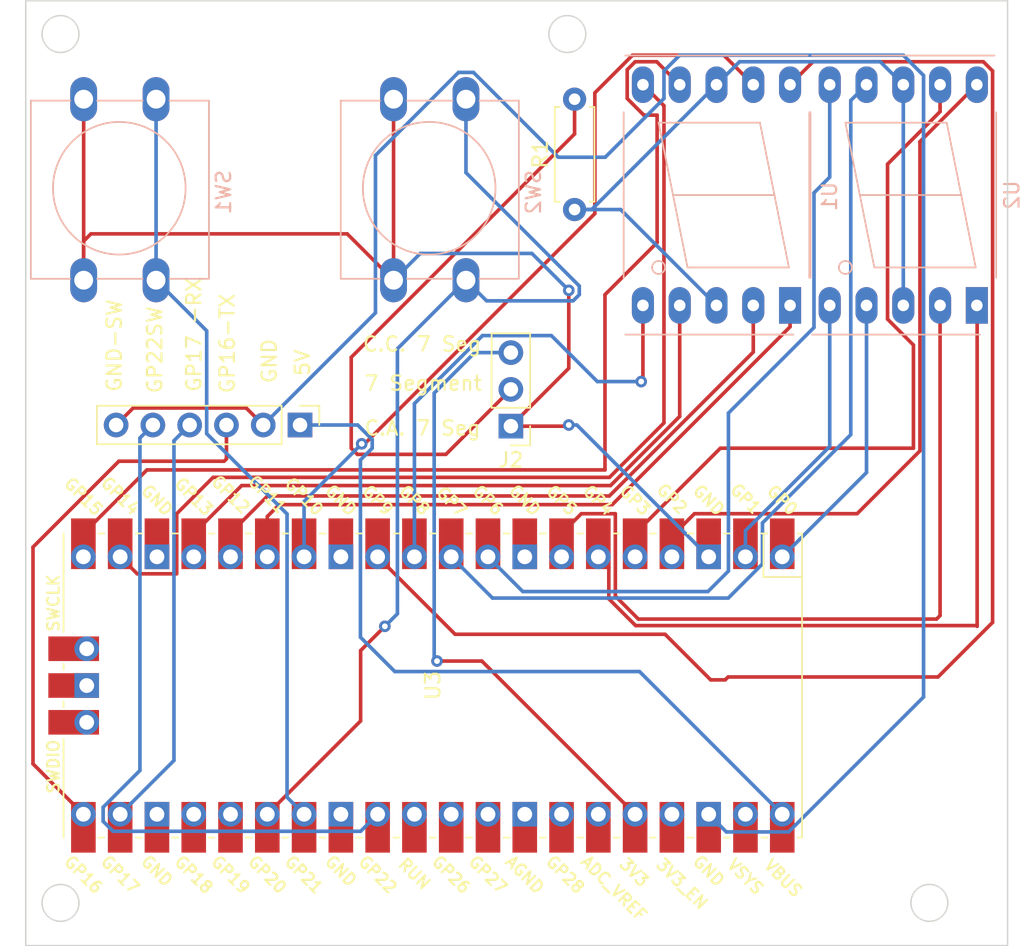
<source format=kicad_pcb>
(kicad_pcb (version 20221018) (generator pcbnew)
  (layers (0 "F.Cu" signal) (31 "B.Cu" signal) (34 "B.Paste" user) (35 "F.Paste" user) (36 "B.SilkS" user "B.Silkscreen") (37 "F.SilkS" user "F.Silkscreen") (38 "B.Mask" user) (39 "F.Mask" user) (44 "Edge.Cuts" user))
  (net 0 "")
  (net 1 "Net-(U1-E)")
  (net 2 "Net-(U1-D)")
  (net 3 "Net-(J2-Pin_1)")
  (net 4 "Net-(U1-C)")
  (net 5 "Net-(U1-DP)")
  (net 6 "Net-(U1-B)")
  (net 7 "Net-(U1-A)")
  (net 8 "Net-(U1-F)")
  (net 9 "Net-(U1-G)")
  (net 10 "Net-(U2-E)")
  (net 11 "Net-(U2-D)")
  (net 12 "Net-(U2-C)")
  (net 13 "Net-(U2-DP)")
  (net 14 "Net-(U2-B)")
  (net 15 "Net-(U2-A)")
  (net 16 "Net-(U2-F)")
  (net 17 "Net-(U2-G)")
  (net 18 "+5V")
  (net 19 "GND")
  (net 20 "Net-(J1-Pin_3)")
  (net 21 "Net-(J1-Pin_4)")
  (net 22 "Net-(J1-Pin_5)")
  (net 28 "Net-(U3-GPIO20)")
  (net 29 "Net-(U3-GPIO21)")
  (net 37 "Net-(R1-Pad1)")
  (net 44 "Net-(J2-Pin_3)")
  (net 45 "Net-(J2-Pin_2)")
  (footprint "Connector_PinHeader_2.54mm:PinHeader_1x06_P2.54mm_Vertical" (layer "F.Cu") (at 82.54 66 -90)
    (fp_text reference "J1" hide)
    (fp_text value "Conn_01x06_Pin")
    (fp_line (start -1.33 -1.33) (end 0 -1.33) (stroke (width 0.12)) (layer "F.SilkS"))
    (fp_line (start -1.33 0) (end -1.33 -1.33) (stroke (width 0.12)) (layer "F.SilkS"))
    (fp_line (start -1.33 1.27) (end -1.33 14.03) (stroke (width 0.12)) (layer "F.SilkS"))
    (fp_line (start -1.33 1.27) (end 1.33 1.27) (stroke (width 0.12)) (layer "F.SilkS"))
    (fp_line (start -1.33 14.03) (end 1.33 14.03) (stroke (width 0.12)) (layer "F.SilkS"))
    (fp_line (start 1.33 1.27) (end 1.33 14.03) (stroke (width 0.12)) (layer "F.SilkS"))
    (pad "1" thru_hole rect (at 0 0 270) (size 1.7 1.7) (drill 1) (layers "*.Cu" "*.Mask") (net 18 "+5V"))
    (pad "2" thru_hole oval (at 0 2.54 270) (size 1.7 1.7) (drill 1) (layers "*.Cu" "*.Mask") (net 19 "GND"))
    (pad "3" thru_hole oval (at 0 5.08 270) (size 1.7 1.7) (drill 1) (layers "*.Cu" "*.Mask") (net 20 "Net-(J1-Pin_3)"))
    (pad "4" thru_hole oval (at 0 7.62 270) (size 1.7 1.7) (drill 1) (layers "*.Cu" "*.Mask") (net 21 "Net-(J1-Pin_4)"))
    (pad "5" thru_hole oval (at 0 10.16 270) (size 1.7 1.7) (drill 1) (layers "*.Cu" "*.Mask") (net 22 "Net-(J1-Pin_5)"))
    (pad "6" thru_hole oval (at 0 12.7 270) (size 1.7 1.7) (drill 1) (layers "*.Cu" "*.Mask") (net 19 "GND"))
  )
  (footprint "Resistor_THT:R_Axial_DIN0207_L6.3mm_D2.5mm_P7.62mm_Horizontal" (layer "F.Cu") (at 101.5 51.12 90)
    (fp_text reference "R1" (at 3.81 -2.37 90) (layer "F.SilkS"))
    (fp_text value "R_Small_US")
    (fp_line (start 0.54 -1.37) (end 7.08 -1.37) (stroke (width 0.12)) (layer "F.SilkS"))
    (fp_line (start 0.54 -1.04) (end 0.54 -1.37) (stroke (width 0.12)) (layer "F.SilkS"))
    (fp_line (start 0.54 1.04) (end 0.54 1.37) (stroke (width 0.12)) (layer "F.SilkS"))
    (fp_line (start 0.54 1.37) (end 7.08 1.37) (stroke (width 0.12)) (layer "F.SilkS"))
    (fp_line (start 7.08 -1.37) (end 7.08 -1.04) (stroke (width 0.12)) (layer "F.SilkS"))
    (fp_line (start 7.08 1.37) (end 7.08 1.04) (stroke (width 0.12)) (layer "F.SilkS"))
    (pad "1" thru_hole circle (at 0 0 90) (size 1.6 1.6) (drill 0.8) (layers "*.Cu" "*.Mask") (net 37 "Net-(R1-Pad1)"))
    (pad "2" thru_hole oval (at 7.62 0 90) (size 1.6 1.6) (drill 0.8) (layers "*.Cu" "*.Mask") (net 45 "Net-(J2-Pin_2)"))
  )
  (footprint "Connector_PinHeader_2.54mm:PinHeader_1x03_P2.54mm_Vertical" (layer "F.Cu") (at 97.1 66.08 180)
    (fp_text reference "J2" (at 0 -2.33) (layer "F.SilkS"))
    (fp_text value "Conn_01x03_Pin")
    (fp_line (start -1.33 -1.33) (end 0 -1.33) (stroke (width 0.12)) (layer "F.SilkS"))
    (fp_line (start -1.33 0) (end -1.33 -1.33) (stroke (width 0.12)) (layer "F.SilkS"))
    (fp_line (start -1.33 1.27) (end -1.33 6.41) (stroke (width 0.12)) (layer "F.SilkS"))
    (fp_line (start -1.33 1.27) (end 1.33 1.27) (stroke (width 0.12)) (layer "F.SilkS"))
    (fp_line (start -1.33 6.41) (end 1.33 6.41) (stroke (width 0.12)) (layer "F.SilkS"))
    (fp_line (start 1.33 1.27) (end 1.33 6.41) (stroke (width 0.12)) (layer "F.SilkS"))
    (pad "1" thru_hole rect (at 0 0 180) (size 1.7 1.7) (drill 1) (layers "*.Cu" "*.Mask") (net 3 "Net-(J2-Pin_1)"))
    (pad "2" thru_hole oval (at 0 2.54 180) (size 1.7 1.7) (drill 1) (layers "*.Cu" "*.Mask") (net 45 "Net-(J2-Pin_2)"))
    (pad "3" thru_hole oval (at 0 5.08 180) (size 1.7 1.7) (drill 1) (layers "*.Cu" "*.Mask") (net 44 "Net-(J2-Pin_3)"))
  )
  (footprint "RP-Pico Libraries:RPi_Pico_SMD_TH" (layer "F.Cu") (at 91.71 83.99 -90)
    (fp_text reference "U3" (at 0 0 90) (layer "F.SilkS"))
    (fp_text value "Pico")
    (fp_text user "3V3_EN" (at 13.7 -17.2 135) (layer "F.SilkS") (effects (font (size 0.8 0.8))))
    (fp_text user "GP28" (at 13.054 -9.144 135) (layer "F.SilkS") (effects (font (size 0.8 0.8))))
    (fp_text user "GP20" (at 13.054 11.43 135) (layer "F.SilkS") (effects (font (size 0.8 0.8))))
    (fp_text user "GP15" (at -13.054 24.13 135) (layer "F.SilkS") (effects (font (size 0.8 0.8))))
    (fp_text user "GP1" (at -12.9 -21.6 135) (layer "F.SilkS") (effects (font (size 0.8 0.8))))
    (fp_text user "GP9" (at -12.8 3.81 135) (layer "F.SilkS") (effects (font (size 0.8 0.8))))
    (fp_text user "AGND" (at 13.054 -6.35 135) (layer "F.SilkS") (effects (font (size 0.8 0.8))))
    (fp_text user "GP18" (at 13.054 16.51 135) (layer "F.SilkS") (effects (font (size 0.8 0.8))))
    (fp_text user "GP11" (at -13.2 11.43 135) (layer "F.SilkS") (effects (font (size 0.8 0.8))))
    (fp_text user "GP21" (at 13.054 8.9 135) (layer "F.SilkS") (effects (font (size 0.8 0.8))))
    (fp_text user "GND" (at -12.8 6.35 135) (layer "F.SilkS") (effects (font (size 0.8 0.8))))
    (fp_text user "GP5" (at -12.8 -8.89 135) (layer "F.SilkS") (effects (font (size 0.8 0.8))))
    (fp_text user "GP16" (at 13.054 24.13 135) (layer "F.SilkS") (effects (font (size 0.8 0.8))))
    (fp_text user "GP0" (at -12.8 -24.13 135) (layer "F.SilkS") (effects (font (size 0.8 0.8))))
    (fp_text user "GND" (at -12.8 19.05 135) (layer "F.SilkS") (effects (font (size 0.8 0.8))))
    (fp_text user "VBUS" (at 13.3 -24.2 135) (layer "F.SilkS") (effects (font (size 0.8 0.8))))
    (fp_text user "GP2" (at -12.9 -16.51 135) (layer "F.SilkS") (effects (font (size 0.8 0.8))))
    (fp_text user "GP27" (at 13.054 -3.8 135) (layer "F.SilkS") (effects (font (size 0.8 0.8))))
    (fp_text user "VSYS" (at 13.2 -21.59 135) (layer "F.SilkS") (effects (font (size 0.8 0.8))))
    (fp_text user "GND" (at -12.8 -6.35 135) (layer "F.SilkS") (effects (font (size 0.8 0.8))))
    (fp_text user "GP6" (at -12.8 -3.81 135) (layer "F.SilkS") (effects (font (size 0.8 0.8))))
    (fp_text user "GP26" (at 13.054 -1.27 135) (layer "F.SilkS") (effects (font (size 0.8 0.8))))
    (fp_text user "SWCLK" (at -5.7 26.2 90) (layer "F.SilkS") (effects (font (size 0.8 0.8))))
    (fp_text user "GP4" (at -12.8 -11.43 135) (layer "F.SilkS") (effects (font (size 0.8 0.8))))
    (fp_text user "GP8" (at -12.8 1.27 135) (layer "F.SilkS") (effects (font (size 0.8 0.8))))
    (fp_text user "GP3" (at -12.8 -13.97 135) (layer "F.SilkS") (effects (font (size 0.8 0.8))))
    (fp_text user "GP10" (at -13.054 8.89 135) (layer "F.SilkS") (effects (font (size 0.8 0.8))))
    (fp_text user "GP17" (at 13.054 21.59 135) (layer "F.SilkS") (effects (font (size 0.8 0.8))))
    (fp_text user "GND" (at -12.8 -19.05 135) (layer "F.SilkS") (effects (font (size 0.8 0.8))))
    (fp_text user "GP19" (at 13.054 13.97 135) (layer "F.SilkS") (effects (font (size 0.8 0.8))))
    (fp_text user "GP7" (at -12.7 -1.3 135) (layer "F.SilkS") (effects (font (size 0.8 0.8))))
    (fp_text user "RUN" (at 13 1.27 135) (layer "F.SilkS") (effects (font (size 0.8 0.8))))
    (fp_text user "GND" (at 12.8 -19.05 135) (layer "F.SilkS") (effects (font (size 0.8 0.8))))
    (fp_text user "GP12" (at -13.2 13.97 135) (layer "F.SilkS") (effects (font (size 0.8 0.8))))
    (fp_text user "GND" (at 12.8 19.05 135) (layer "F.SilkS") (effects (font (size 0.8 0.8))))
    (fp_text user "GND" (at 12.8 6.35 135) (layer "F.SilkS") (effects (font (size 0.8 0.8))))
    (fp_text user "GP13" (at -13.054 16.51 135) (layer "F.SilkS") (effects (font (size 0.8 0.8))))
    (fp_text user "SWDIO" (at 5.6 26.2 90) (layer "F.SilkS") (effects (font (size 0.8 0.8))))
    (fp_text user "3V3" (at 12.9 -13.9 135) (layer "F.SilkS") (effects (font (size 0.8 0.8))))
    (fp_text user "GP22" (at 13.054 3.81 135) (layer "F.SilkS") (effects (font (size 0.8 0.8))))
    (fp_text user "ADC_VREF" (at 14 -12.5 135) (layer "F.SilkS") (effects (font (size 0.8 0.8))))
    (fp_text user "GP14" (at -13.1 21.59 135) (layer "F.SilkS") (effects (font (size 0.8 0.8))))
    (fp_line (start -10.5 -25.5) (end -10.5 -25.2) (stroke (width 0.12)) (layer "F.SilkS"))
    (fp_line (start -10.5 -25.5) (end 10.5 -25.5) (stroke (width 0.12)) (layer "F.SilkS"))
    (fp_line (start -10.5 -23.1) (end -10.5 -22.7) (stroke (width 0.12)) (layer "F.SilkS"))
    (fp_line (start -10.5 -22.833) (end -7.493 -22.833) (stroke (width 0.12)) (layer "F.SilkS"))
    (fp_line (start -10.5 -20.5) (end -10.5 -20.1) (stroke (width 0.12)) (layer "F.SilkS"))
    (fp_line (start -10.5 -18) (end -10.5 -17.6) (stroke (width 0.12)) (layer "F.SilkS"))
    (fp_line (start -10.5 -15.4) (end -10.5 -15) (stroke (width 0.12)) (layer "F.SilkS"))
    (fp_line (start -10.5 -12.9) (end -10.5 -12.5) (stroke (width 0.12)) (layer "F.SilkS"))
    (fp_line (start -10.5 -10.4) (end -10.5 -10) (stroke (width 0.12)) (layer "F.SilkS"))
    (fp_line (start -10.5 -7.8) (end -10.5 -7.4) (stroke (width 0.12)) (layer "F.SilkS"))
    (fp_line (start -10.5 -5.3) (end -10.5 -4.9) (stroke (width 0.12)) (layer "F.SilkS"))
    (fp_line (start -10.5 -2.7) (end -10.5 -2.3) (stroke (width 0.12)) (layer "F.SilkS"))
    (fp_line (start -10.5 -0.2) (end -10.5 0.2) (stroke (width 0.12)) (layer "F.SilkS"))
    (fp_line (start -10.5 2.3) (end -10.5 2.7) (stroke (width 0.12)) (layer "F.SilkS"))
    (fp_line (start -10.5 4.9) (end -10.5 5.3) (stroke (width 0.12)) (layer "F.SilkS"))
    (fp_line (start -10.5 7.4) (end -10.5 7.8) (stroke (width 0.12)) (layer "F.SilkS"))
    (fp_line (start -10.5 10) (end -10.5 10.4) (stroke (width 0.12)) (layer "F.SilkS"))
    (fp_line (start -10.5 12.5) (end -10.5 12.9) (stroke (width 0.12)) (layer "F.SilkS"))
    (fp_line (start -10.5 15.1) (end -10.5 15.5) (stroke (width 0.12)) (layer "F.SilkS"))
    (fp_line (start -10.5 17.6) (end -10.5 18) (stroke (width 0.12)) (layer "F.SilkS"))
    (fp_line (start -10.5 20.1) (end -10.5 20.5) (stroke (width 0.12)) (layer "F.SilkS"))
    (fp_line (start -10.5 22.7) (end -10.5 23.1) (stroke (width 0.12)) (layer "F.SilkS"))
    (fp_line (start -7.493 -22.833) (end -7.493 -25.5) (stroke (width 0.12)) (layer "F.SilkS"))
    (fp_line (start -3.7 25.5) (end -10.5 25.5) (stroke (width 0.12)) (layer "F.SilkS"))
    (fp_line (start -1.5 25.5) (end -1.1 25.5) (stroke (width 0.12)) (layer "F.SilkS"))
    (fp_line (start 1.1 25.5) (end 1.5 25.5) (stroke (width 0.12)) (layer "F.SilkS"))
    (fp_line (start 10.5 -25.5) (end 10.5 -25.2) (stroke (width 0.12)) (layer "F.SilkS"))
    (fp_line (start 10.5 -23.1) (end 10.5 -22.7) (stroke (width 0.12)) (layer "F.SilkS"))
    (fp_line (start 10.5 -20.5) (end 10.5 -20.1) (stroke (width 0.12)) (layer "F.SilkS"))
    (fp_line (start 10.5 -18) (end 10.5 -17.6) (stroke (width 0.12)) (layer "F.SilkS"))
    (fp_line (start 10.5 -15.4) (end 10.5 -15) (stroke (width 0.12)) (layer "F.SilkS"))
    (fp_line (start 10.5 -12.9) (end 10.5 -12.5) (stroke (width 0.12)) (layer "F.SilkS"))
    (fp_line (start 10.5 -10.4) (end 10.5 -10) (stroke (width 0.12)) (layer "F.SilkS"))
    (fp_line (start 10.5 -7.8) (end 10.5 -7.4) (stroke (width 0.12)) (layer "F.SilkS"))
    (fp_line (start 10.5 -5.3) (end 10.5 -4.9) (stroke (width 0.12)) (layer "F.SilkS"))
    (fp_line (start 10.5 -2.7) (end 10.5 -2.3) (stroke (width 0.12)) (layer "F.SilkS"))
    (fp_line (start 10.5 -0.2) (end 10.5 0.2) (stroke (width 0.12)) (layer "F.SilkS"))
    (fp_line (start 10.5 2.3) (end 10.5 2.7) (stroke (width 0.12)) (layer "F.SilkS"))
    (fp_line (start 10.5 4.9) (end 10.5 5.3) (stroke (width 0.12)) (layer "F.SilkS"))
    (fp_line (start 10.5 7.4) (end 10.5 7.8) (stroke (width 0.12)) (layer "F.SilkS"))
    (fp_line (start 10.5 10) (end 10.5 10.4) (stroke (width 0.12)) (layer "F.SilkS"))
    (fp_line (start 10.5 12.5) (end 10.5 12.9) (stroke (width 0.12)) (layer "F.SilkS"))
    (fp_line (start 10.5 15.1) (end 10.5 15.5) (stroke (width 0.12)) (layer "F.SilkS"))
    (fp_line (start 10.5 17.6) (end 10.5 18) (stroke (width 0.12)) (layer "F.SilkS"))
    (fp_line (start 10.5 20.1) (end 10.5 20.5) (stroke (width 0.12)) (layer "F.SilkS"))
    (fp_line (start 10.5 22.7) (end 10.5 23.1) (stroke (width 0.12)) (layer "F.SilkS"))
    (fp_line (start 10.5 25.5) (end 3.7 25.5) (stroke (width 0.12)) (layer "F.SilkS"))
    (pad "" np_thru_hole oval (at -2.725 -24 270) (size 1.8 1.8) (drill 1.8) (layers "*.Cu" "*.Mask"))
    (pad "" np_thru_hole oval (at -2.425 -20.97 270) (size 1.5 1.5) (drill 1.5) (layers "*.Cu" "*.Mask"))
    (pad "" np_thru_hole oval (at 2.425 -20.97 270) (size 1.5 1.5) (drill 1.5) (layers "*.Cu" "*.Mask"))
    (pad "" np_thru_hole oval (at 2.725 -24 270) (size 1.8 1.8) (drill 1.8) (layers "*.Cu" "*.Mask"))
    (pad "1" thru_hole oval (at -8.89 -24.13 270) (size 1.7 1.7) (drill 1.02) (layers "*.Cu" "*.Mask") (net 12 "Net-(U2-C)"))
    (pad "1" smd rect (at -8.89 -24.13 270) (size 3.5 1.7) (drill (offset -0.9 0)) (layers "F.Cu" "F.Mask") (net 12 "Net-(U2-C)"))
    (pad "2" thru_hole oval (at -8.89 -21.59 270) (size 1.7 1.7) (drill 1.02) (layers "*.Cu" "*.Mask") (net 13 "Net-(U2-DP)"))
    (pad "2" smd rect (at -8.89 -21.59 270) (size 3.5 1.7) (drill (offset -0.9 0)) (layers "F.Cu" "F.Mask") (net 13 "Net-(U2-DP)"))
    (pad "3" thru_hole rect (at -8.89 -19.05 270) (size 1.7 1.7) (drill 1.02) (layers "*.Cu" "*.Mask") (net 3 "Net-(J2-Pin_1)"))
    (pad "3" smd rect (at -8.89 -19.05 270) (size 3.5 1.7) (drill (offset -0.9 0)) (layers "F.Cu" "F.Mask") (net 3 "Net-(J2-Pin_1)"))
    (pad "4" thru_hole oval (at -8.89 -16.51 270) (size 1.7 1.7) (drill 1.02) (layers "*.Cu" "*.Mask") (net 17 "Net-(U2-G)"))
    (pad "4" smd rect (at -8.89 -16.51 270) (size 3.5 1.7) (drill (offset -0.9 0)) (layers "F.Cu" "F.Mask") (net 17 "Net-(U2-G)"))
    (pad "5" thru_hole oval (at -8.89 -13.97 270) (size 1.7 1.7) (drill 1.02) (layers "*.Cu" "*.Mask") (net 16 "Net-(U2-F)"))
    (pad "5" smd rect (at -8.89 -13.97 270) (size 3.5 1.7) (drill (offset -0.9 0)) (layers "F.Cu" "F.Mask") (net 16 "Net-(U2-F)"))
    (pad "6" thru_hole oval (at -8.89 -11.43 270) (size 1.7 1.7) (drill 1.02) (layers "*.Cu" "*.Mask") (net 10 "Net-(U2-E)"))
    (pad "6" smd rect (at -8.89 -11.43 270) (size 3.5 1.7) (drill (offset -0.9 0)) (layers "F.Cu" "F.Mask") (net 10 "Net-(U2-E)"))
    (pad "7" thru_hole oval (at -8.89 -8.89 270) (size 1.7 1.7) (drill 1.02) (layers "*.Cu" "*.Mask") (net 11 "Net-(U2-D)"))
    (pad "7" smd rect (at -8.89 -8.89 270) (size 3.5 1.7) (drill (offset -0.9 0)) (layers "F.Cu" "F.Mask") (net 11 "Net-(U2-D)"))
    (pad "8" thru_hole rect (at -8.89 -6.35 270) (size 1.7 1.7) (drill 1.02) (layers "*.Cu" "*.Mask"))
    (pad "8" smd rect (at -8.89 -6.35 270) (size 3.5 1.7) (drill (offset -0.9 0)) (layers "F.Cu" "F.Mask"))
    (pad "9" thru_hole oval (at -8.89 -3.81 270) (size 1.7 1.7) (drill 1.02) (layers "*.Cu" "*.Mask") (net 14 "Net-(U2-B)"))
    (pad "9" smd rect (at -8.89 -3.81 270) (size 3.5 1.7) (drill (offset -0.9 0)) (layers "F.Cu" "F.Mask") (net 14 "Net-(U2-B)"))
    (pad "10" thru_hole oval (at -8.89 -1.27 270) (size 1.7 1.7) (drill 1.02) (layers "*.Cu" "*.Mask") (net 15 "Net-(U2-A)"))
    (pad "10" smd rect (at -8.89 -1.27 270) (size 3.5 1.7) (drill (offset -0.9 0)) (layers "F.Cu" "F.Mask") (net 15 "Net-(U2-A)"))
    (pad "11" thru_hole oval (at -8.89 1.27 270) (size 1.7 1.7) (drill 1.02) (layers "*.Cu" "*.Mask") (net 5 "Net-(U1-DP)"))
    (pad "11" smd rect (at -8.89 1.27 270) (size 3.5 1.7) (drill (offset -0.9 0)) (layers "F.Cu" "F.Mask") (net 5 "Net-(U1-DP)"))
    (pad "12" thru_hole oval (at -8.89 3.81 270) (size 1.7 1.7) (drill 1.02) (layers "*.Cu" "*.Mask") (net 9 "Net-(U1-G)"))
    (pad "12" smd rect (at -8.89 3.81 270) (size 3.5 1.7) (drill (offset -0.9 0)) (layers "F.Cu" "F.Mask") (net 9 "Net-(U1-G)"))
    (pad "13" thru_hole rect (at -8.89 6.35 270) (size 1.7 1.7) (drill 1.02) (layers "*.Cu" "*.Mask"))
    (pad "13" smd rect (at -8.89 6.35 270) (size 3.5 1.7) (drill (offset -0.9 0)) (layers "F.Cu" "F.Mask"))
    (pad "14" thru_hole oval (at -8.89 8.89 270) (size 1.7 1.7) (drill 1.02) (layers "*.Cu" "*.Mask") (net 8 "Net-(U1-F)"))
    (pad "14" smd rect (at -8.89 8.89 270) (size 3.5 1.7) (drill (offset -0.9 0)) (layers "F.Cu" "F.Mask") (net 8 "Net-(U1-F)"))
    (pad "15" thru_hole oval (at -8.89 11.43 270) (size 1.7 1.7) (drill 1.02) (layers "*.Cu" "*.Mask") (net 1 "Net-(U1-E)"))
    (pad "15" smd rect (at -8.89 11.43 270) (size 3.5 1.7) (drill (offset -0.9 0)) (layers "F.Cu" "F.Mask") (net 1 "Net-(U1-E)"))
    (pad "16" thru_hole oval (at -8.89 13.97 270) (size 1.7 1.7) (drill 1.02) (layers "*.Cu" "*.Mask") (net 2 "Net-(U1-D)"))
    (pad "16" smd rect (at -8.89 13.97 270) (size 3.5 1.7) (drill (offset -0.9 0)) (layers "F.Cu" "F.Mask") (net 2 "Net-(U1-D)"))
    (pad "17" thru_hole oval (at -8.89 16.51 270) (size 1.7 1.7) (drill 1.02) (layers "*.Cu" "*.Mask") (net 4 "Net-(U1-C)"))
    (pad "17" smd rect (at -8.89 16.51 270) (size 3.5 1.7) (drill (offset -0.9 0)) (layers "F.Cu" "F.Mask") (net 4 "Net-(U1-C)"))
    (pad "18" thru_hole rect (at -8.89 19.05 270) (size 1.7 1.7) (drill 1.02) (layers "*.Cu" "*.Mask"))
    (pad "18" smd rect (at -8.89 19.05 270) (size 3.5 1.7) (drill (offset -0.9 0)) (layers "F.Cu" "F.Mask"))
    (pad "19" thru_hole oval (at -8.89 21.59 270) (size 1.7 1.7) (drill 1.02) (layers "*.Cu" "*.Mask") (net 6 "Net-(U1-B)"))
    (pad "19" smd rect (at -8.89 21.59 270) (size 3.5 1.7) (drill (offset -0.9 0)) (layers "F.Cu" "F.Mask") (net 6 "Net-(U1-B)"))
    (pad "20" thru_hole oval (at -8.89 24.13 270) (size 1.7 1.7) (drill 1.02) (layers "*.Cu" "*.Mask") (net 7 "Net-(U1-A)"))
    (pad "20" smd rect (at -8.89 24.13 270) (size 3.5 1.7) (drill (offset -0.9 0)) (layers "F.Cu" "F.Mask") (net 7 "Net-(U1-A)"))
    (pad "21" thru_hole oval (at 8.89 24.13 270) (size 1.7 1.7) (drill 1.02) (layers "*.Cu" "*.Mask") (net 20 "Net-(J1-Pin_3)"))
    (pad "21" smd rect (at 8.89 24.13 270) (size 3.5 1.7) (drill (offset 0.9 0)) (layers "F.Cu" "F.Mask") (net 20 "Net-(J1-Pin_3)"))
    (pad "22" thru_hole oval (at 8.89 21.59 270) (size 1.7 1.7) (drill 1.02) (layers "*.Cu" "*.Mask") (net 21 "Net-(J1-Pin_4)"))
    (pad "22" smd rect (at 8.89 21.59 270) (size 3.5 1.7) (drill (offset 0.9 0)) (layers "F.Cu" "F.Mask") (net 21 "Net-(J1-Pin_4)"))
    (pad "23" thru_hole rect (at 8.89 19.05 270) (size 1.7 1.7) (drill 1.02) (layers "*.Cu" "*.Mask"))
    (pad "23" smd rect (at 8.89 19.05 270) (size 3.5 1.7) (drill (offset 0.9 0)) (layers "F.Cu" "F.Mask"))
    (pad "24" thru_hole oval (at 8.89 16.51 270) (size 1.7 1.7) (drill 1.02) (layers "*.Cu" "*.Mask"))
    (pad "24" smd rect (at 8.89 16.51 270) (size 3.5 1.7) (drill (offset 0.9 0)) (layers "F.Cu" "F.Mask"))
    (pad "25" thru_hole oval (at 8.89 13.97 270) (size 1.7 1.7) (drill 1.02) (layers "*.Cu" "*.Mask"))
    (pad "25" smd rect (at 8.89 13.97 270) (size 3.5 1.7) (drill (offset 0.9 0)) (layers "F.Cu" "F.Mask"))
    (pad "26" thru_hole oval (at 8.89 11.43 270) (size 1.7 1.7) (drill 1.02) (layers "*.Cu" "*.Mask") (net 28 "Net-(U3-GPIO20)"))
    (pad "26" smd rect (at 8.89 11.43 270) (size 3.5 1.7) (drill (offset 0.9 0)) (layers "F.Cu" "F.Mask") (net 28 "Net-(U3-GPIO20)"))
    (pad "27" thru_hole oval (at 8.89 8.89 270) (size 1.7 1.7) (drill 1.02) (layers "*.Cu" "*.Mask") (net 29 "Net-(U3-GPIO21)"))
    (pad "27" smd rect (at 8.89 8.89 270) (size 3.5 1.7) (drill (offset 0.9 0)) (layers "F.Cu" "F.Mask") (net 29 "Net-(U3-GPIO21)"))
    (pad "28" thru_hole rect (at 8.89 6.35 270) (size 1.7 1.7) (drill 1.02) (layers "*.Cu" "*.Mask"))
    (pad "28" smd rect (at 8.89 6.35 270) (size 3.5 1.7) (drill (offset 0.9 0)) (layers "F.Cu" "F.Mask"))
    (pad "29" thru_hole oval (at 8.89 3.81 270) (size 1.7 1.7) (drill 1.02) (layers "*.Cu" "*.Mask") (net 22 "Net-(J1-Pin_5)"))
    (pad "29" smd rect (at 8.89 3.81 270) (size 3.5 1.7) (drill (offset 0.9 0)) (layers "F.Cu" "F.Mask") (net 22 "Net-(J1-Pin_5)"))
    (pad "30" thru_hole oval (at 8.89 1.27 270) (size 1.7 1.7) (drill 1.02) (layers "*.Cu" "*.Mask"))
    (pad "30" smd rect (at 8.89 1.27 270) (size 3.5 1.7) (drill (offset 0.9 0)) (layers "F.Cu" "F.Mask"))
    (pad "31" thru_hole oval (at 8.89 -1.27 270) (size 1.7 1.7) (drill 1.02) (layers "*.Cu" "*.Mask"))
    (pad "31" smd rect (at 8.89 -1.27 270) (size 3.5 1.7) (drill (offset 0.9 0)) (layers "F.Cu" "F.Mask"))
    (pad "32" thru_hole oval (at 8.89 -3.81 270) (size 1.7 1.7) (drill 1.02) (layers "*.Cu" "*.Mask"))
    (pad "32" smd rect (at 8.89 -3.81 270) (size 3.5 1.7) (drill (offset 0.9 0)) (layers "F.Cu" "F.Mask"))
    (pad "33" thru_hole rect (at 8.89 -6.35 270) (size 1.7 1.7) (drill 1.02) (layers "*.Cu" "*.Mask"))
    (pad "33" smd rect (at 8.89 -6.35 270) (size 3.5 1.7) (drill (offset 0.9 0)) (layers "F.Cu" "F.Mask"))
    (pad "34" thru_hole oval (at 8.89 -8.89 270) (size 1.7 1.7) (drill 1.02) (layers "*.Cu" "*.Mask"))
    (pad "34" smd rect (at 8.89 -8.89 270) (size 3.5 1.7) (drill (offset 0.9 0)) (layers "F.Cu" "F.Mask"))
    (pad "35" thru_hole oval (at 8.89 -11.43 270) (size 1.7 1.7) (drill 1.02) (layers "*.Cu" "*.Mask"))
    (pad "35" smd rect (at 8.89 -11.43 270) (size 3.5 1.7) (drill (offset 0.9 0)) (layers "F.Cu" "F.Mask"))
    (pad "36" thru_hole oval (at 8.89 -13.97 270) (size 1.7 1.7) (drill 1.02) (layers "*.Cu" "*.Mask") (net 44 "Net-(J2-Pin_3)"))
    (pad "36" smd rect (at 8.89 -13.97 270) (size 3.5 1.7) (drill (offset 0.9 0)) (layers "F.Cu" "F.Mask") (net 44 "Net-(J2-Pin_3)"))
    (pad "37" thru_hole oval (at 8.89 -16.51 270) (size 1.7 1.7) (drill 1.02) (layers "*.Cu" "*.Mask"))
    (pad "37" smd rect (at 8.89 -16.51 270) (size 3.5 1.7) (drill (offset 0.9 0)) (layers "F.Cu" "F.Mask"))
    (pad "38" thru_hole rect (at 8.89 -19.05 270) (size 1.7 1.7) (drill 1.02) (layers "*.Cu" "*.Mask") (net 19 "GND"))
    (pad "38" smd rect (at 8.89 -19.05 270) (size 3.5 1.7) (drill (offset 0.9 0)) (layers "F.Cu" "F.Mask") (net 19 "GND"))
    (pad "39" thru_hole oval (at 8.89 -21.59 270) (size 1.7 1.7) (drill 1.02) (layers "*.Cu" "*.Mask"))
    (pad "39" smd rect (at 8.89 -21.59 270) (size 3.5 1.7) (drill (offset 0.9 0)) (layers "F.Cu" "F.Mask"))
    (pad "40" thru_hole oval (at 8.89 -24.13 270) (size 1.7 1.7) (drill 1.02) (layers "*.Cu" "*.Mask") (net 18 "+5V"))
    (pad "40" smd rect (at 8.89 -24.13 270) (size 3.5 1.7) (drill (offset 0.9 0)) (layers "F.Cu" "F.Mask") (net 18 "+5V"))
    (pad "41" thru_hole oval (at -2.54 23.9 270) (size 1.7 1.7) (drill 1.02) (layers "*.Cu" "*.Mask"))
    (pad "41" smd rect (at -2.54 23.9) (size 3.5 1.7) (drill (offset -0.9 0)) (layers "F.Cu" "F.Mask"))
    (pad "42" thru_hole rect (at 0 23.9 270) (size 1.7 1.7) (drill 1.02) (layers "*.Cu" "*.Mask"))
    (pad "42" smd rect (at 0 23.9) (size 3.5 1.7) (drill (offset -0.9 0)) (layers "F.Cu" "F.Mask"))
    (pad "43" thru_hole oval (at 2.54 23.9 270) (size 1.7 1.7) (drill 1.02) (layers "*.Cu" "*.Mask"))
    (pad "43" smd rect (at 2.54 23.9) (size 3.5 1.7) (drill (offset -0.9 0)) (layers "F.Cu" "F.Mask"))
  )
  (footprint "Button_Switch_THT:SW_PUSH-12mm" (layer "B.Cu") (at 94 56 90)
    (fp_text reference "SW2" (at 6.08 4.66 90) (layer "B.SilkS") (effects (justify mirror)))
    (fp_text value "SW_Push")
    (fp_line (start 0.1 -8.65) (end 0.1 -5.93) (stroke (width 0.12)) (layer "B.SilkS"))
    (fp_line (start 0.1 -4.07) (end 0.1 -0.93) (stroke (width 0.12)) (layer "B.SilkS"))
    (fp_line (start 0.1 0.93) (end 0.1 3.65) (stroke (width 0.12)) (layer "B.SilkS"))
    (fp_line (start 0.1 3.65) (end 12.4 3.65) (stroke (width 0.12)) (layer "B.SilkS"))
    (fp_line (start 12.4 -8.65) (end 0.1 -8.65) (stroke (width 0.12)) (layer "B.SilkS"))
    (fp_line (start 12.4 -5.93) (end 12.4 -8.65) (stroke (width 0.12)) (layer "B.SilkS"))
    (fp_line (start 12.4 -0.93) (end 12.4 -4.07) (stroke (width 0.12)) (layer "B.SilkS"))
    (fp_line (start 12.4 3.65) (end 12.4 0.93) (stroke (width 0.12)) (layer "B.SilkS"))
    (fp_circle (center 6.35 -2.54) (end 10.16 -5.08) (stroke (width 0.12)) (fill none) (layer "B.SilkS"))
    (pad "1" thru_hole oval (at 0 0 90) (size 3.048 1.85) (drill 1.3) (layers "*.Cu" "*.Mask") (net 28 "Net-(U3-GPIO20)"))
    (pad "1" thru_hole oval (at 12.5 0 90) (size 3.048 1.85) (drill 1.3) (layers "*.Cu" "*.Mask") (net 28 "Net-(U3-GPIO20)"))
    (pad "2" thru_hole oval (at 0 -5 90) (size 3.048 1.85) (drill 1.3) (layers "*.Cu" "*.Mask") (net 3 "Net-(J2-Pin_1)"))
    (pad "2" thru_hole oval (at 12.5 -5 90) (size 3.048 1.85) (drill 1.3) (layers "*.Cu" "*.Mask") (net 3 "Net-(J2-Pin_1)"))
  )
  (footprint "Display_7Segment:7SegmentLED_LTS6760_LTS6780" (layer "B.Cu") (at 116.38 57.74 90)
    (fp_text reference "U1" (at 7.52 2.726 90) (layer "B.SilkS") (effects (justify mirror)))
    (fp_text value "SM420561N")
    (fp_line (start -2.015 0.22) (end -2.015 -11.38) (stroke (width 0.12)) (layer "B.SilkS"))
    (fp_line (start 1.905 -11.49) (end 13.335 -11.49) (stroke (width 0.12)) (layer "B.SilkS"))
    (fp_line (start 1.905 1.33) (end 13.335 1.33) (stroke (width 0.12)) (layer "B.SilkS"))
    (fp_line (start 2.62 -7.08) (end 7.62 -8.08) (stroke (width 0.12)) (layer "B.SilkS"))
    (fp_line (start 2.62 -0.08) (end 2.62 -7.08) (stroke (width 0.12)) (layer "B.SilkS"))
    (fp_line (start 7.62 -8.08) (end 7.62 -1.08) (stroke (width 0.12)) (layer "B.SilkS"))
    (fp_line (start 7.62 -1.08) (end 2.62 -0.08) (stroke (width 0.12)) (layer "B.SilkS"))
    (fp_line (start 12.62 -9.08) (end 7.62 -8.08) (stroke (width 0.12)) (layer "B.SilkS"))
    (fp_line (start 12.62 -2.08) (end 7.62 -1.08) (stroke (width 0.12)) (layer "B.SilkS"))
    (fp_line (start 12.62 -2.08) (end 12.62 -9.08) (stroke (width 0.12)) (layer "B.SilkS"))
    (fp_line (start 17.255 -11.38) (end 17.255 1.22) (stroke (width 0.12)) (layer "B.SilkS"))
    (fp_circle (center 2.62 -9.08) (end 3.067214 -9.08) (stroke (width 0.12)) (fill none) (layer "B.SilkS"))
    (pad "1" thru_hole rect (at 0 0 180) (size 1.524 2.524) (drill 0.8) (layers "*.Cu" "*.Mask") (net 1 "Net-(U1-E)"))
    (pad "2" thru_hole oval (at 0 -2.54 180) (size 1.524 2.524) (drill 0.8) (layers "*.Cu" "*.Mask") (net 2 "Net-(U1-D)"))
    (pad "3" thru_hole oval (at 0 -5.08 180) (size 1.524 2.524) (drill 0.8) (layers "*.Cu" "*.Mask") (net 37 "Net-(R1-Pad1)"))
    (pad "4" thru_hole oval (at 0 -7.62 180) (size 1.524 2.524) (drill 0.8) (layers "*.Cu" "*.Mask") (net 4 "Net-(U1-C)"))
    (pad "5" thru_hole oval (at 0 -10.16 180) (size 1.524 2.524) (drill 0.8) (layers "*.Cu" "*.Mask") (net 5 "Net-(U1-DP)"))
    (pad "6" thru_hole oval (at 15.24 -10.16 180) (size 1.524 2.524) (drill 0.8) (layers "*.Cu" "*.Mask") (net 6 "Net-(U1-B)"))
    (pad "7" thru_hole oval (at 15.24 -7.62 180) (size 1.524 2.524) (drill 0.8) (layers "*.Cu" "*.Mask") (net 7 "Net-(U1-A)"))
    (pad "8" thru_hole oval (at 15.24 -5.08 180) (size 1.524 2.524) (drill 0.8) (layers "*.Cu" "*.Mask") (net 37 "Net-(R1-Pad1)"))
    (pad "9" thru_hole oval (at 15.24 -2.54 180) (size 1.524 2.524) (drill 0.8) (layers "*.Cu" "*.Mask") (net 8 "Net-(U1-F)"))
    (pad "10" thru_hole oval (at 15.24 0 180) (size 1.524 2.524) (drill 0.8) (layers "*.Cu" "*.Mask") (net 9 "Net-(U1-G)"))
  )
  (footprint "Display_7Segment:7SegmentLED_LTS6760_LTS6780" (layer "B.Cu") (at 129.28 57.74 90)
    (fp_text reference "U2" (at 7.62 2.42 90) (layer "B.SilkS") (effects (justify mirror)))
    (fp_text value "SM420561N")
    (fp_line (start -2.015 0.22) (end -2.015 -11.38) (stroke (width 0.12)) (layer "B.SilkS"))
    (fp_line (start 1.905 -11.49) (end 13.335 -11.49) (stroke (width 0.12)) (layer "B.SilkS"))
    (fp_line (start 1.905 1.33) (end 13.335 1.33) (stroke (width 0.12)) (layer "B.SilkS"))
    (fp_line (start 2.62 -7.08) (end 7.62 -8.08) (stroke (width 0.12)) (layer "B.SilkS"))
    (fp_line (start 2.62 -0.08) (end 2.62 -7.08) (stroke (width 0.12)) (layer "B.SilkS"))
    (fp_line (start 7.62 -8.08) (end 7.62 -1.08) (stroke (width 0.12)) (layer "B.SilkS"))
    (fp_line (start 7.62 -1.08) (end 2.62 -0.08) (stroke (width 0.12)) (layer "B.SilkS"))
    (fp_line (start 12.62 -9.08) (end 7.62 -8.08) (stroke (width 0.12)) (layer "B.SilkS"))
    (fp_line (start 12.62 -2.08) (end 7.62 -1.08) (stroke (width 0.12)) (layer "B.SilkS"))
    (fp_line (start 12.62 -2.08) (end 12.62 -9.08) (stroke (width 0.12)) (layer "B.SilkS"))
    (fp_line (start 17.255 -11.38) (end 17.255 1.22) (stroke (width 0.12)) (layer "B.SilkS"))
    (fp_circle (center 2.62 -9.08) (end 3.067214 -9.08) (stroke (width 0.12)) (fill none) (layer "B.SilkS"))
    (pad "1" thru_hole rect (at 0 0 180) (size 1.524 2.524) (drill 0.8) (layers "*.Cu" "*.Mask") (net 10 "Net-(U2-E)"))
    (pad "2" thru_hole oval (at 0 -2.54 180) (size 1.524 2.524) (drill 0.8) (layers "*.Cu" "*.Mask") (net 11 "Net-(U2-D)"))
    (pad "3" thru_hole oval (at 0 -5.08 180) (size 1.524 2.524) (drill 0.8) (layers "*.Cu" "*.Mask") (net 37 "Net-(R1-Pad1)"))
    (pad "4" thru_hole oval (at 0 -7.62 180) (size 1.524 2.524) (drill 0.8) (layers "*.Cu" "*.Mask") (net 12 "Net-(U2-C)"))
    (pad "5" thru_hole oval (at 0 -10.16 180) (size 1.524 2.524) (drill 0.8) (layers "*.Cu" "*.Mask") (net 13 "Net-(U2-DP)"))
    (pad "6" thru_hole oval (at 15.24 -10.16 180) (size 1.524 2.524) (drill 0.8) (layers "*.Cu" "*.Mask") (net 14 "Net-(U2-B)"))
    (pad "7" thru_hole oval (at 15.24 -7.62 180) (size 1.524 2.524) (drill 0.8) (layers "*.Cu" "*.Mask") (net 15 "Net-(U2-A)"))
    (pad "8" thru_hole oval (at 15.24 -5.08 180) (size 1.524 2.524) (drill 0.8) (layers "*.Cu" "*.Mask") (net 37 "Net-(R1-Pad1)"))
    (pad "9" thru_hole oval (at 15.24 -2.54 180) (size 1.524 2.524) (drill 0.8) (layers "*.Cu" "*.Mask") (net 16 "Net-(U2-F)"))
    (pad "10" thru_hole oval (at 15.24 0 180) (size 1.524 2.524) (drill 0.8) (layers "*.Cu" "*.Mask") (net 17 "Net-(U2-G)"))
  )
  (footprint "Button_Switch_THT:SW_PUSH-12mm" (layer "B.Cu") (at 72.6 56 90)
    (fp_text reference "SW1" (at 6.08 4.66 90) (layer "B.SilkS") (effects (justify mirror)))
    (fp_text value "SW_Push")
    (fp_line (start 0.1 -8.65) (end 0.1 -5.93) (stroke (width 0.12)) (layer "B.SilkS"))
    (fp_line (start 0.1 -4.07) (end 0.1 -0.93) (stroke (width 0.12)) (layer "B.SilkS"))
    (fp_line (start 0.1 0.93) (end 0.1 3.65) (stroke (width 0.12)) (layer "B.SilkS"))
    (fp_line (start 0.1 3.65) (end 12.4 3.65) (stroke (width 0.12)) (layer "B.SilkS"))
    (fp_line (start 12.4 -8.65) (end 0.1 -8.65) (stroke (width 0.12)) (layer "B.SilkS"))
    (fp_line (start 12.4 -5.93) (end 12.4 -8.65) (stroke (width 0.12)) (layer "B.SilkS"))
    (fp_line (start 12.4 -0.93) (end 12.4 -4.07) (stroke (width 0.12)) (layer "B.SilkS"))
    (fp_line (start 12.4 3.65) (end 12.4 0.93) (stroke (width 0.12)) (layer "B.SilkS"))
    (fp_circle (center 6.35 -2.54) (end 10.16 -5.08) (stroke (width 0.12)) (fill none) (layer "B.SilkS"))
    (pad "1" thru_hole oval (at 0 0 90) (size 3.048 1.85) (drill 1.3) (layers "*.Cu" "*.Mask") (net 29 "Net-(U3-GPIO21)"))
    (pad "1" thru_hole oval (at 12.5 0 90) (size 3.048 1.85) (drill 1.3) (layers "*.Cu" "*.Mask") (net 29 "Net-(U3-GPIO21)"))
    (pad "2" thru_hole oval (at 0 -5 90) (size 3.048 1.85) (drill 1.3) (layers "*.Cu" "*.Mask") (net 3 "Net-(J2-Pin_1)"))
    (pad "2" thru_hole oval (at 12.5 -5 90) (size 3.048 1.85) (drill 1.3) (layers "*.Cu" "*.Mask") (net 3 "Net-(J2-Pin_1)"))
  )
  (gr_circle (center 126 99) (end 127.274755 99) (stroke (width 0.1)) (fill none) (layer "Edge.Cuts"))
  (gr_circle (center 101 39) (end 102.274755 39) (stroke (width 0.1)) (fill none) (layer "Edge.Cuts"))
  (gr_circle (center 66 99) (end 67.274755 99) (stroke (width 0.1)) (fill none) (layer "Edge.Cuts"))
  (gr_rect (start 63.6 36.7) (end 131.4 101.95) (stroke (width 0.1)) (fill none) (layer "Edge.Cuts"))
  (gr_circle (center 66 39) (end 67.274755 39) (stroke (width 0.1)) (fill none) (layer "Edge.Cuts"))
  (gr_text "C.C. 7 Seg" (at 86.8 61) (layer "F.SilkS") (effects (font (size 1 1)) (justify left bottom)))
  (gr_text "GP22SW" (at 73.1 63.9 90) (layer "F.SilkS") (effects (font (size 1 1)) (justify left bottom)))
  (gr_text "GP17 -RX\n" (at 75.8 63.8 90) (layer "F.SilkS") (effects (font (size 1 1)) (justify left bottom)))
  (gr_text "GND-SW\n" (at 70.3 63.8 90) (layer "F.SilkS") (effects (font (size 1 1)) (justify left bottom)))
  (gr_text "GND" (at 81 63.2 90) (layer "F.SilkS") (effects (font (size 1 1)) (justify left bottom)))
  (gr_text "GP16-TX" (at 78.1 63.9 90) (layer "F.SilkS") (effects (font (size 1 1)) (justify left bottom)))
  (gr_text "7 Segment" (at 86.9 63.7) (layer "F.SilkS") (effects (font (size 1 1)) (justify left bottom)))
  (gr_text "C.A. 7 Seg" (at 86.9 66.8) (layer "F.SilkS") (effects (font (size 1 1)) (justify left bottom)))
  (gr_text "5V" (at 83.3 62.7 90) (layer "F.SilkS") (effects (font (size 1 1)) (justify left bottom)))
  (segment (start 116.38 59.22) (end 104.1 71.5) (width 0.25) (layer "F.Cu") (net 1))
  (segment (start 81.1 71.5) (end 80.28 72.32) (width 0.25) (layer "F.Cu") (net 1))
  (segment (start 116.38 57.74) (end 116.38 59.22) (width 0.25) (layer "F.Cu") (net 1))
  (segment (start 104.1 71.5) (end 81.1 71.5) (width 0.25) (layer "F.Cu") (net 1))
  (segment (start 80.28 72.32) (end 80.28 75.1) (width 0.25) (layer "F.Cu") (net 1))
  (segment (start 103.9 70.9) (end 80.3 70.9) (width 0.25) (layer "F.Cu") (net 2))
  (segment (start 113.84 57.74) (end 113.84 60.96) (width 0.25) (layer "F.Cu") (net 2))
  (segment (start 80.3 70.9) (end 77.74 73.46) (width 0.25) (layer "F.Cu") (net 2))
  (segment (start 113.84 60.96) (end 103.9 70.9) (width 0.25) (layer "F.Cu") (net 2))
  (segment (start 77.74 73.46) (end 77.74 75.1) (width 0.25) (layer "F.Cu") (net 2))
  (segment (start 101.02 66.08) (end 101.1 66) (width 0.25) (layer "F.Cu") (net 3))
  (segment (start 89 56) (end 89 43.5) (width 0.25) (layer "F.Cu") (net 3))
  (segment (start 97.1 66.08) (end 101.02 66.08) (width 0.25) (layer "F.Cu") (net 3))
  (segment (start 97.1 66.08) (end 101.1 62.08) (width 0.25) (layer "F.Cu") (net 3))
  (segment (start 101.1 62.08) (end 101.1 56.7) (width 0.25) (layer "F.Cu") (net 3))
  (segment (start 89 56) (end 85.8 52.8) (width 0.25) (layer "F.Cu") (net 3))
  (segment (start 68.1 52.8) (end 67.6 53.3) (width 0.25) (layer "F.Cu") (net 3))
  (segment (start 85.8 52.8) (end 68.1 52.8) (width 0.25) (layer "F.Cu") (net 3))
  (segment (start 67.6 53.3) (end 67.6 56) (width 0.25) (layer "F.Cu") (net 3))
  (segment (start 67.6 43.5) (end 67.6 56) (width 0.25) (layer "F.Cu") (net 3))
  (via (at 101.1 56.7) (size 0.8) (drill 0.4) (layers "F.Cu" "B.Cu") (net 3))
  (via (at 101.1 66) (size 0.8) (drill 0.4) (layers "F.Cu" "B.Cu") (net 3))
  (segment (start 90.849 54.151) (end 89 56) (width 0.25) (layer "B.Cu") (net 3))
  (segment (start 101.1 56.7) (end 98.551 54.151) (width 0.25) (layer "B.Cu") (net 3))
  (segment (start 101.1 66) (end 101.66 66) (width 0.25) (layer "B.Cu") (net 3))
  (segment (start 98.551 54.151) (end 90.849 54.151) (width 0.25) (layer "B.Cu") (net 3))
  (segment (start 101.66 66) (end 110.76 75.1) (width 0.25) (layer "B.Cu") (net 3))
  (segment (start 103.981802 70.181802) (end 108.76 65.403604) (width 0.25) (layer "F.Cu") (net 4))
  (segment (start 75.2 73.49) (end 78.508198 70.181802) (width 0.25) (layer "F.Cu") (net 4))
  (segment (start 108.76 65.403604) (end 108.76 57.74) (width 0.25) (layer "F.Cu") (net 4))
  (segment (start 78.508198 70.181802) (end 103.981802 70.181802) (width 0.25) (layer "F.Cu") (net 4))
  (segment (start 75.2 75.1) (end 75.2 73.49) (width 0.25) (layer "F.Cu") (net 4))
  (segment (start 106.22 62.88) (end 106.1 63) (width 0.25) (layer "F.Cu") (net 5))
  (segment (start 106.22 57.74) (end 106.22 62.88) (width 0.25) (layer "F.Cu") (net 5))
  (via (at 106.1 63) (size 0.8) (drill 0.4) (layers "F.Cu" "B.Cu") (net 5))
  (segment (start 106.1 63) (end 103.074695 63) (width 0.25) (layer "B.Cu") (net 5))
  (segment (start 103.074695 63) (end 99.899695 59.825) (width 0.25) (layer "B.Cu") (net 5))
  (segment (start 95.138604 59.825) (end 90.44 64.523604) (width 0.25) (layer "B.Cu") (net 5))
  (segment (start 99.899695 59.825) (end 95.138604 59.825) (width 0.25) (layer "B.Cu") (net 5))
  (segment (start 90.44 64.523604) (end 90.44 75.1) (width 0.25) (layer "B.Cu") (net 5))
  (segment (start 76.536396 69.613604) (end 103.913604 69.613604) (width 0.25) (layer "F.Cu") (net 6))
  (segment (start 71.295 76.275) (end 74.025 76.275) (width 0.25) (layer "F.Cu") (net 6))
  (segment (start 74.025 72.125) (end 76.536396 69.613604) (width 0.25) (layer "F.Cu") (net 6))
  (segment (start 74.025 76.275) (end 74.025 72.125) (width 0.25) (layer "F.Cu") (net 6))
  (segment (start 70.12 75.1) (end 71.295 76.275) (width 0.25) (layer "F.Cu") (net 6))
  (segment (start 103.913604 69.613604) (end 107.673 65.854208) (width 0.25) (layer "F.Cu") (net 6))
  (segment (start 107.673 43.953) (end 106.22 42.5) (width 0.25) (layer "F.Cu") (net 6))
  (segment (start 107.673 65.854208) (end 107.673 43.953) (width 0.25) (layer "F.Cu") (net 6))
  (segment (start 106.28275 44.6) (end 105.133 43.45025) (width 0.25) (layer "F.Cu") (net 7))
  (segment (start 105.133 41.467) (end 105.687 40.913) (width 0.25) (layer "F.Cu") (net 7))
  (segment (start 71.97 69.1) (end 103.6 69.1) (width 0.25) (layer "F.Cu") (net 7))
  (segment (start 103.6 69.1) (end 103.6 57) (width 0.25) (layer "F.Cu") (net 7))
  (segment (start 107.2 53.4) (end 107.2 44.6) (width 0.25) (layer "F.Cu") (net 7))
  (segment (start 105.687 40.913) (end 107.173 40.913) (width 0.25) (layer "F.Cu") (net 7))
  (segment (start 103.6 57) (end 107.2 53.4) (width 0.25) (layer "F.Cu") (net 7))
  (segment (start 67.58 75.1) (end 67.58 73.49) (width 0.25) (layer "F.Cu") (net 7))
  (segment (start 107.173 40.913) (end 108.76 42.5) (width 0.25) (layer "F.Cu") (net 7))
  (segment (start 67.58 73.49) (end 71.97 69.1) (width 0.25) (layer "F.Cu") (net 7))
  (segment (start 105.133 43.45025) (end 105.133 41.467) (width 0.25) (layer "F.Cu") (net 7))
  (segment (start 107.2 44.6) (end 106.28275 44.6) (width 0.25) (layer "F.Cu") (net 7))
  (segment (start 111.803 40.463) (end 105.500604 40.463) (width 0.25) (layer "F.Cu") (net 8))
  (segment (start 113.84 42.5) (end 111.803 40.463) (width 0.25) (layer "F.Cu") (net 8))
  (segment (start 105.500604 40.463) (end 102.9 43.063604) (width 0.25) (layer "F.Cu") (net 8))
  (segment (start 102.9 51.4) (end 87 67.3) (width 0.25) (layer "F.Cu") (net 8))
  (segment (start 102.9 43.063604) (end 102.9 51.4) (width 0.25) (layer "F.Cu") (net 8))
  (segment (start 87 67.3) (end 86.8 67.3) (width 0.25) (layer "F.Cu") (net 8))
  (via (at 86.8 67.3) (size 0.8) (drill 0.4) (layers "F.Cu" "B.Cu") (net 8))
  (segment (start 86.8 67.3) (end 82.82 71.28) (width 0.25) (layer "B.Cu") (net 8))
  (segment (start 82.82 71.28) (end 82.82 75.1) (width 0.25) (layer "B.Cu") (net 8))
  (segment (start 126.596396 83.4) (end 112.1 83.4) (width 0.25) (layer "F.Cu") (net 9))
  (segment (start 110.9 83.6) (end 107.75 80.45) (width 0.25) (layer "F.Cu") (net 9))
  (segment (start 130.367 79.629396) (end 126.596396 83.4) (width 0.25) (layer "F.Cu") (net 9))
  (segment (start 129.73025 40.913) (end 130.367 41.54975) (width 0.25) (layer "F.Cu") (net 9))
  (segment (start 107.75 80.45) (end 93.25 80.45) (width 0.25) (layer "F.Cu") (net 9))
  (segment (start 111.9 83.6) (end 110.9 83.6) (width 0.25) (layer "F.Cu") (net 9))
  (segment (start 112.1 83.4) (end 111.9 83.6) (width 0.25) (layer "F.Cu") (net 9))
  (segment (start 117.967 40.913) (end 129.73025 40.913) (width 0.25) (layer "F.Cu") (net 9))
  (segment (start 93.25 80.45) (end 87.9 75.1) (width 0.25) (layer "F.Cu") (net 9))
  (segment (start 130.367 41.54975) (end 130.367 79.629396) (width 0.25) (layer "F.Cu") (net 9))
  (segment (start 116.38 42.5) (end 117.967 40.913) (width 0.25) (layer "F.Cu") (net 9))
  (segment (start 129.3 57.76) (end 129.28 57.74) (width 0.25) (layer "F.Cu") (net 10))
  (segment (start 129.3 79.9) (end 129.3 57.76) (width 0.25) (layer "F.Cu") (net 10))
  (segment (start 129.25 79.85) (end 129.3 79.9) (width 0.25) (layer "F.Cu") (net 10))
  (segment (start 103.865 75.825) (end 103.865 78.001396) (width 0.25) (layer "F.Cu") (net 10))
  (segment (start 103.865 78.001396) (end 105.713604 79.85) (width 0.25) (layer "F.Cu") (net 10))
  (segment (start 103.14 75.1) (end 103.865 75.825) (width 0.25) (layer "F.Cu") (net 10))
  (segment (start 105.713604 79.85) (end 129.25 79.85) (width 0.25) (layer "F.Cu") (net 10))
  (segment (start 126.5 79.4) (end 126.74 79.16) (width 0.25) (layer "F.Cu") (net 11))
  (segment (start 105.9 79.4) (end 126.5 79.4) (width 0.25) (layer "F.Cu") (net 11))
  (segment (start 100.6 73.49) (end 101.965 72.125) (width 0.25) (layer "F.Cu") (net 11))
  (segment (start 104.315 77.815) (end 105.9 79.4) (width 0.25) (layer "F.Cu") (net 11))
  (segment (start 101.965 72.125) (end 104.315 72.125) (width 0.25) (layer "F.Cu") (net 11))
  (segment (start 100.6 75.1) (end 100.6 73.49) (width 0.25) (layer "F.Cu") (net 11))
  (segment (start 104.315 72.125) (end 104.315 77.815) (width 0.25) (layer "F.Cu") (net 11))
  (segment (start 126.74 79.16) (end 126.74 57.74) (width 0.25) (layer "F.Cu") (net 11))
  (segment (start 115.84 75.1) (end 121.66 69.28) (width 0.25) (layer "B.Cu") (net 12))
  (segment (start 121.66 69.28) (end 121.66 57.74) (width 0.25) (layer "B.Cu") (net 12))
  (segment (start 113.3 75.1) (end 113.3 73.3) (width 0.25) (layer "B.Cu") (net 13))
  (segment (start 113.3 73.3) (end 119.12 67.48) (width 0.25) (layer "B.Cu") (net 13))
  (segment (start 119.12 67.48) (end 119.12 57.74) (width 0.25) (layer "B.Cu") (net 13))
  (segment (start 95.52 75.1) (end 97.92 77.5) (width 0.25) (layer "B.Cu") (net 14))
  (segment (start 112.125 65.175) (end 118.033 59.267) (width 0.25) (layer "B.Cu") (net 14))
  (segment (start 119.12 48.88) (end 119.12 42.5) (width 0.25) (layer "B.Cu") (net 14))
  (segment (start 118.033 49.967) (end 119.12 48.88) (width 0.25) (layer "B.Cu") (net 14))
  (segment (start 118.033 59.267) (end 118.033 49.967) (width 0.25) (layer "B.Cu") (net 14))
  (segment (start 112.125 76.085) (end 112.125 65.175) (width 0.25) (layer "B.Cu") (net 14))
  (segment (start 97.92 77.5) (end 110.71 77.5) (width 0.25) (layer "B.Cu") (net 14))
  (segment (start 110.71 77.5) (end 112.125 76.085) (width 0.25) (layer "B.Cu") (net 14))
  (segment (start 120.573 66.663396) (end 120.573 43.587) (width 0.25) (layer "B.Cu") (net 15))
  (segment (start 120.573 43.587) (end 121.66 42.5) (width 0.25) (layer "B.Cu") (net 15))
  (segment (start 92.98 75.1) (end 95.83 77.95) (width 0.25) (layer "B.Cu") (net 15))
  (segment (start 95.83 77.95) (end 112.111701 77.95) (width 0.25) (layer "B.Cu") (net 15))
  (segment (start 114.475 75.586701) (end 114.475 72.761396) (width 0.25) (layer "B.Cu") (net 15))
  (segment (start 114.475 72.761396) (end 120.573 66.663396) (width 0.25) (layer "B.Cu") (net 15))
  (segment (start 112.111701 77.95) (end 114.475 75.586701) (width 0.25) (layer "B.Cu") (net 15))
  (segment (start 111.57 67.6) (end 124.9 67.6) (width 0.25) (layer "F.Cu") (net 16))
  (segment (start 123.113 58.69025) (end 123.113 47.987) (width 0.25) (layer "F.Cu") (net 16))
  (segment (start 124.9 60.47725) (end 123.113 58.69025) (width 0.25) (layer "F.Cu") (net 16))
  (segment (start 123.113 47.987) (end 126.74 44.36) (width 0.25) (layer "F.Cu") (net 16))
  (segment (start 105.68 73.49) (end 111.57 67.6) (width 0.25) (layer "F.Cu") (net 16))
  (segment (start 124.9 67.6) (end 124.9 60.47725) (width 0.25) (layer "F.Cu") (net 16))
  (segment (start 126.74 44.36) (end 126.74 44.04) (width 0.25) (layer "F.Cu") (net 16))
  (segment (start 105.68 75.1) (end 105.68 73.49) (width 0.25) (layer "F.Cu") (net 16))
  (segment (start 126.74 44.04) (end 126.74 42.5) (width 0.25) (layer "F.Cu") (net 16))
  (segment (start 109.775 72.125) (end 108.22 73.68) (width 0.25) (layer "F.Cu") (net 17))
  (segment (start 121.011396 72.125) (end 109.775 72.125) (width 0.25) (layer "F.Cu") (net 17))
  (segment (start 129.28 42.5) (end 125.35 46.43) (width 0.25) (layer "F.Cu") (net 17))
  (segment (start 125.35 46.43) (end 125.35 67.786396) (width 0.25) (layer "F.Cu") (net 17))
  (segment (start 125.35 67.786396) (end 121.011396 72.125) (width 0.25) (layer "F.Cu") (net 17))
  (segment (start 108.22 73.68) (end 108.22 75.1) (width 0.25) (layer "F.Cu") (net 17))
  (segment (start 87.525 66.999695) (end 86.525305 66) (width 0.25) (layer "B.Cu") (net 18))
  (segment (start 86.525305 66) (end 82.54 66) (width 0.25) (layer "B.Cu") (net 18))
  (segment (start 86.711396 68.413909) (end 87.525 67.600305) (width 0.25) (layer "B.Cu") (net 18))
  (segment (start 115.84 92.88) (end 105.985 83.025) (width 0.25) (layer "B.Cu") (net 18))
  (segment (start 86.711396 80.653097) (end 86.711396 68.413909) (width 0.25) (layer "B.Cu") (net 18))
  (segment (start 87.525 67.600305) (end 87.525 66.999695) (width 0.25) (layer "B.Cu") (net 18))
  (segment (start 89.083299 83.025) (end 86.711396 80.653097) (width 0.25) (layer "B.Cu") (net 18))
  (segment (start 105.985 83.025) (end 89.083299 83.025) (width 0.25) (layer "B.Cu") (net 18))
  (segment (start 71.015 64.825) (end 78.825 64.825) (width 0.25) (layer "F.Cu") (net 19))
  (segment (start 78.825 64.825) (end 80 66) (width 0.25) (layer "F.Cu") (net 19))
  (segment (start 69.84 66) (end 71.015 64.825) (width 0.25) (layer "F.Cu") (net 19))
  (segment (start 107.673 41.54975) (end 108.75975 40.463) (width 0.25) (layer "B.Cu") (net 19))
  (segment (start 125.6 84.781701) (end 116.281701 94.1) (width 0.25) (layer "B.Cu") (net 19))
  (segment (start 93.482233 41.651) (end 94.517767 41.651) (width 0.25) (layer "B.Cu") (net 19))
  (segment (start 111.98 94.1) (end 110.76 92.88) (width 0.25) (layer "B.Cu") (net 19))
  (segment (start 87.75 58.25) (end 87.75 47.383233) (width 0.25) (layer "B.Cu") (net 19))
  (segment (start 108.75975 40.463) (end 124.20025 40.463) (width 0.25) (layer "B.Cu") (net 19))
  (segment (start 87.75 47.383233) (end 93.482233 41.651) (width 0.25) (layer "B.Cu") (net 19))
  (segment (start 124.20025 40.463) (end 125.6 41.86275) (width 0.25) (layer "B.Cu") (net 19))
  (segment (start 116.281701 94.1) (end 111.98 94.1) (width 0.25) (layer "B.Cu") (net 19))
  (segment (start 80 66) (end 87.75 58.25) (width 0.25) (layer "B.Cu") (net 19))
  (segment (start 100.375 47.508233) (end 103.615017 47.508233) (width 0.25) (layer "B.Cu") (net 19))
  (segment (start 103.615017 47.508233) (end 107.673 43.45025) (width 0.25) (layer "B.Cu") (net 19))
  (segment (start 94.517767 41.651) (end 100.375 47.508233) (width 0.25) (layer "B.Cu") (net 19))
  (segment (start 107.673 43.45025) (end 107.673 41.54975) (width 0.25) (layer "B.Cu") (net 19))
  (segment (start 125.6 41.86275) (end 125.6 84.781701) (width 0.25) (layer "B.Cu") (net 19))
  (segment (start 64.1 74.43) (end 70.03 68.5) (width 0.25) (layer "F.Cu") (net 20))
  (segment (start 70.03 68.5) (end 77.3 68.5) (width 0.25) (layer "F.Cu") (net 20))
  (segment (start 67.58 92.88) (end 64.1 89.4) (width 0.25) (layer "F.Cu") (net 20))
  (segment (start 64.1 89.4) (end 64.1 74.43) (width 0.25) (layer "F.Cu") (net 20))
  (segment (start 77.46 68.34) (end 77.46 66) (width 0.25) (layer "F.Cu") (net 20))
  (segment (start 77.3 68.5) (end 77.46 68.34) (width 0.25) (layer "F.Cu") (net 20))
  (segment (start 73.835 67.085) (end 74.92 66) (width 0.25) (layer "B.Cu") (net 21))
  (segment (start 73.835 89.165) (end 73.835 67.085) (width 0.25) (layer "B.Cu") (net 21))
  (segment (start 70.12 92.88) (end 73.835 89.165) (width 0.25) (layer "B.Cu") (net 21))
  (segment (start 68.945 93.366701) (end 68.945 92.393299) (width 0.25) (layer "B.Cu") (net 22))
  (segment (start 87.9 92.88) (end 86.725 94.055) (width 0.25) (layer "B.Cu") (net 22))
  (segment (start 69.633299 94.055) (end 68.945 93.366701) (width 0.25) (layer "B.Cu") (net 22))
  (segment (start 71.485 89.853299) (end 71.485 66.895) (width 0.25) (layer "B.Cu") (net 22))
  (segment (start 86.725 94.055) (end 69.633299 94.055) (width 0.25) (layer "B.Cu") (net 22))
  (segment (start 68.945 92.393299) (end 71.485 89.853299) (width 0.25) (layer "B.Cu") (net 22))
  (segment (start 71.485 66.895) (end 72.38 66) (width 0.25) (layer "B.Cu") (net 22))
  (segment (start 86.725 81.575) (end 88.4 79.9) (width 0.25) (layer "F.Cu") (net 28))
  (segment (start 86.725 86.435) (end 86.725 81.575) (width 0.25) (layer "F.Cu") (net 28))
  (segment (start 80.28 92.88) (end 86.725 86.435) (width 0.25) (layer "F.Cu") (net 28))
  (via (at 88.4 79.9) (size 0.8) (drill 0.4) (layers "F.Cu" "B.Cu") (net 28))
  (segment (start 101.400305 57.425) (end 95.425 57.425) (width 0.25) (layer "B.Cu") (net 28))
  (segment (start 94 48.574695) (end 101.825 56.399695) (width 0.25) (layer "B.Cu") (net 28))
  (segment (start 95.425 57.425) (end 94 56) (width 0.25) (layer "B.Cu") (net 28))
  (segment (start 89.265 79.035) (end 89.265 60.735) (width 0.25) (layer "B.Cu") (net 28))
  (segment (start 101.825 57.000305) (end 101.400305 57.425) (width 0.25) (layer "B.Cu") (net 28))
  (segment (start 94 43.5) (end 94 48.574695) (width 0.25) (layer "B.Cu") (net 28))
  (segment (start 101.825 56.399695) (end 101.825 57.000305) (width 0.25) (layer "B.Cu") (net 28))
  (segment (start 89.265 60.735) (end 94 56) (width 0.25) (layer "B.Cu") (net 28))
  (segment (start 88.4 79.9) (end 89.265 79.035) (width 0.25) (layer "B.Cu") (net 28))
  (segment (start 72.6 56) (end 72.6 43.5) (width 0.25) (layer "B.Cu") (net 29))
  (segment (start 76.095 66.595) (end 76.095 59.495) (width 0.25) (layer "B.Cu") (net 29))
  (segment (start 76.095 59.495) (end 72.6 56) (width 0.25) (layer "B.Cu") (net 29))
  (segment (start 82.82 92.88) (end 81.645 91.705) (width 0.25) (layer "B.Cu") (net 29))
  (segment (start 81.645 91.705) (end 81.645 72.145) (width 0.25) (layer "B.Cu") (net 29))
  (segment (start 81.645 72.145) (end 76.095 66.595) (width 0.25) (layer "B.Cu") (net 29))
  (segment (start 111.3 42.5) (end 102.68 51.12) (width 0.25) (layer "B.Cu") (net 37))
  (segment (start 104.68 51.12) (end 111.3 57.74) (width 0.25) (layer "B.Cu") (net 37))
  (segment (start 101.5 51.12) (end 104.68 51.12) (width 0.25) (layer "B.Cu") (net 37))
  (segment (start 112.887 40.913) (end 122.613 40.913) (width 0.25) (layer "B.Cu") (net 37))
  (segment (start 102.68 51.12) (end 101.5 51.12) (width 0.25) (layer "B.Cu") (net 37))
  (segment (start 124.2 42.5) (end 124.2 57.74) (width 0.25) (layer "B.Cu") (net 37))
  (segment (start 122.613 40.913) (end 124.2 42.5) (width 0.25) (layer "B.Cu") (net 37))
  (segment (start 111.3 42.5) (end 112.887 40.913) (width 0.25) (layer "B.Cu") (net 37))
  (segment (start 105.68 92.88) (end 95.1 82.3) (width 0.25) (layer "F.Cu") (net 44))
  (segment (start 95.1 82.3) (end 92 82.3) (width 0.25) (layer "F.Cu") (net 44))
  (via (at 92 82.3) (size 0.8) (drill 0.4) (layers "F.Cu" "B.Cu") (net 44))
  (segment (start 91.805 82.105) (end 91.805 63.795) (width 0.25) (layer "B.Cu") (net 44))
  (segment (start 94.6 61) (end 97.1 61) (width 0.25) (layer "B.Cu") (net 44))
  (segment (start 91.805 63.795) (end 94.6 61) (width 0.25) (layer "B.Cu") (net 44))
  (segment (start 92 82.3) (end 91.805 82.105) (width 0.25) (layer "B.Cu") (net 44))
  (segment (start 86.499695 68.025) (end 86.075 67.600305) (width 0.25) (layer "F.Cu") (net 45))
  (segment (start 101.5 45.9) (end 101.5 43.5) (width 0.25) (layer "F.Cu") (net 45))
  (segment (start 86.075 61.325) (end 101.5 45.9) (width 0.25) (layer "F.Cu") (net 45))
  (segment (start 97.1 63.54) (end 92.615 68.025) (width 0.25) (layer "F.Cu") (net 45))
  (segment (start 92.615 68.025) (end 86.499695 68.025) (width 0.25) (layer "F.Cu") (net 45))
  (segment (start 86.075 67.600305) (end 86.075 61.325) (width 0.25) (layer "F.Cu") (net 45))
)
</source>
